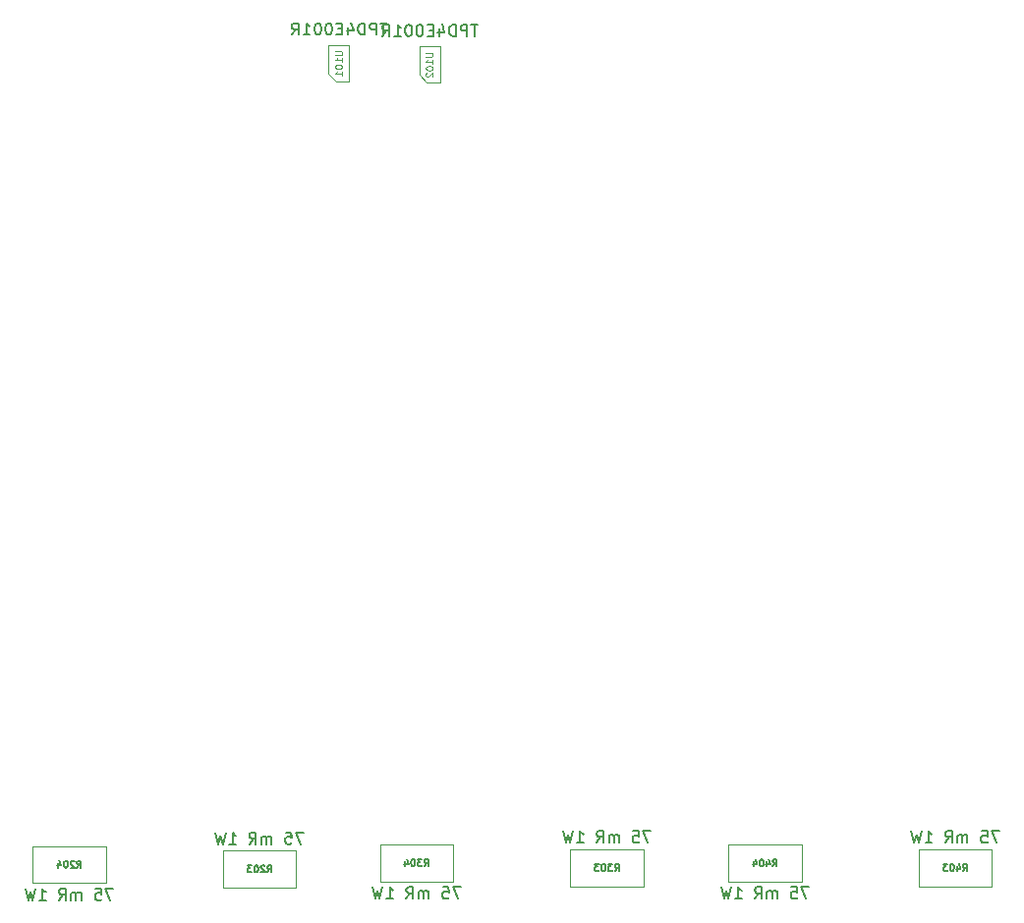
<source format=gbr>
G04 #@! TF.GenerationSoftware,KiCad,Pcbnew,5.1.10*
G04 #@! TF.CreationDate,2021-06-06T22:50:30-04:00*
G04 #@! TF.ProjectId,cnc-controller,636e632d-636f-46e7-9472-6f6c6c65722e,rev?*
G04 #@! TF.SameCoordinates,Original*
G04 #@! TF.FileFunction,Other,Fab,Bot*
%FSLAX46Y46*%
G04 Gerber Fmt 4.6, Leading zero omitted, Abs format (unit mm)*
G04 Created by KiCad (PCBNEW 5.1.10) date 2021-06-06 22:50:30*
%MOMM*%
%LPD*%
G01*
G04 APERTURE LIST*
%ADD10C,0.100000*%
%ADD11C,0.150000*%
%ADD12C,0.075000*%
G04 APERTURE END LIST*
D10*
X80200000Y-122025000D02*
X86500000Y-122025000D01*
X80200000Y-118825000D02*
X80200000Y-122025000D01*
X86500000Y-118825000D02*
X80200000Y-118825000D01*
X86500000Y-122025000D02*
X86500000Y-118825000D01*
X102900000Y-119225000D02*
X96600000Y-119225000D01*
X102900000Y-122425000D02*
X102900000Y-119225000D01*
X96600000Y-122425000D02*
X102900000Y-122425000D01*
X96600000Y-119225000D02*
X96600000Y-122425000D01*
X50175000Y-122025000D02*
X56475000Y-122025000D01*
X50175000Y-118825000D02*
X50175000Y-122025000D01*
X56475000Y-118825000D02*
X50175000Y-118825000D01*
X56475000Y-122025000D02*
X56475000Y-118825000D01*
X72875000Y-119225000D02*
X66575000Y-119225000D01*
X72875000Y-122425000D02*
X72875000Y-119225000D01*
X66575000Y-122425000D02*
X72875000Y-122425000D01*
X66575000Y-119225000D02*
X66575000Y-122425000D01*
X20250000Y-122150000D02*
X26550000Y-122150000D01*
X20250000Y-118950000D02*
X20250000Y-122150000D01*
X26550000Y-118950000D02*
X20250000Y-118950000D01*
X26550000Y-122150000D02*
X26550000Y-118950000D01*
X42950000Y-119350000D02*
X36650000Y-119350000D01*
X42950000Y-122550000D02*
X42950000Y-119350000D01*
X36650000Y-122550000D02*
X42950000Y-122550000D01*
X36650000Y-119350000D02*
X36650000Y-122550000D01*
X55350000Y-53125000D02*
X55350000Y-50025000D01*
X55350000Y-50025000D02*
X53550000Y-50025000D01*
X53550000Y-52475000D02*
X53550000Y-50025000D01*
X55350000Y-53125000D02*
X54200000Y-53125000D01*
X53550000Y-52475000D02*
X54200000Y-53125000D01*
X47525000Y-53000000D02*
X47525000Y-49900000D01*
X47525000Y-49900000D02*
X45725000Y-49900000D01*
X45725000Y-52350000D02*
X45725000Y-49900000D01*
X47525000Y-53000000D02*
X46375000Y-53000000D01*
X45725000Y-52350000D02*
X46375000Y-53000000D01*
D11*
X87135714Y-122497380D02*
X86469047Y-122497380D01*
X86897619Y-123497380D01*
X85611904Y-122497380D02*
X86088095Y-122497380D01*
X86135714Y-122973571D01*
X86088095Y-122925952D01*
X85992857Y-122878333D01*
X85754761Y-122878333D01*
X85659523Y-122925952D01*
X85611904Y-122973571D01*
X85564285Y-123068809D01*
X85564285Y-123306904D01*
X85611904Y-123402142D01*
X85659523Y-123449761D01*
X85754761Y-123497380D01*
X85992857Y-123497380D01*
X86088095Y-123449761D01*
X86135714Y-123402142D01*
X84373809Y-123497380D02*
X84373809Y-122830714D01*
X84373809Y-122925952D02*
X84326190Y-122878333D01*
X84230952Y-122830714D01*
X84088095Y-122830714D01*
X83992857Y-122878333D01*
X83945238Y-122973571D01*
X83945238Y-123497380D01*
X83945238Y-122973571D02*
X83897619Y-122878333D01*
X83802380Y-122830714D01*
X83659523Y-122830714D01*
X83564285Y-122878333D01*
X83516666Y-122973571D01*
X83516666Y-123497380D01*
X82469047Y-123497380D02*
X82802380Y-123021190D01*
X83040476Y-123497380D02*
X83040476Y-122497380D01*
X82659523Y-122497380D01*
X82564285Y-122545000D01*
X82516666Y-122592619D01*
X82469047Y-122687857D01*
X82469047Y-122830714D01*
X82516666Y-122925952D01*
X82564285Y-122973571D01*
X82659523Y-123021190D01*
X83040476Y-123021190D01*
X80754761Y-123497380D02*
X81326190Y-123497380D01*
X81040476Y-123497380D02*
X81040476Y-122497380D01*
X81135714Y-122640238D01*
X81230952Y-122735476D01*
X81326190Y-122783095D01*
X80421428Y-122497380D02*
X80183333Y-123497380D01*
X79992857Y-122783095D01*
X79802380Y-123497380D01*
X79564285Y-122497380D01*
X84021428Y-120696428D02*
X84221428Y-120410714D01*
X84364285Y-120696428D02*
X84364285Y-120096428D01*
X84135714Y-120096428D01*
X84078571Y-120125000D01*
X84050000Y-120153571D01*
X84021428Y-120210714D01*
X84021428Y-120296428D01*
X84050000Y-120353571D01*
X84078571Y-120382142D01*
X84135714Y-120410714D01*
X84364285Y-120410714D01*
X83507142Y-120296428D02*
X83507142Y-120696428D01*
X83650000Y-120067857D02*
X83792857Y-120496428D01*
X83421428Y-120496428D01*
X83078571Y-120096428D02*
X83021428Y-120096428D01*
X82964285Y-120125000D01*
X82935714Y-120153571D01*
X82907142Y-120210714D01*
X82878571Y-120325000D01*
X82878571Y-120467857D01*
X82907142Y-120582142D01*
X82935714Y-120639285D01*
X82964285Y-120667857D01*
X83021428Y-120696428D01*
X83078571Y-120696428D01*
X83135714Y-120667857D01*
X83164285Y-120639285D01*
X83192857Y-120582142D01*
X83221428Y-120467857D01*
X83221428Y-120325000D01*
X83192857Y-120210714D01*
X83164285Y-120153571D01*
X83135714Y-120125000D01*
X83078571Y-120096428D01*
X82364285Y-120296428D02*
X82364285Y-120696428D01*
X82507142Y-120067857D02*
X82650000Y-120496428D01*
X82278571Y-120496428D01*
X103535714Y-117657380D02*
X102869047Y-117657380D01*
X103297619Y-118657380D01*
X102011904Y-117657380D02*
X102488095Y-117657380D01*
X102535714Y-118133571D01*
X102488095Y-118085952D01*
X102392857Y-118038333D01*
X102154761Y-118038333D01*
X102059523Y-118085952D01*
X102011904Y-118133571D01*
X101964285Y-118228809D01*
X101964285Y-118466904D01*
X102011904Y-118562142D01*
X102059523Y-118609761D01*
X102154761Y-118657380D01*
X102392857Y-118657380D01*
X102488095Y-118609761D01*
X102535714Y-118562142D01*
X100773809Y-118657380D02*
X100773809Y-117990714D01*
X100773809Y-118085952D02*
X100726190Y-118038333D01*
X100630952Y-117990714D01*
X100488095Y-117990714D01*
X100392857Y-118038333D01*
X100345238Y-118133571D01*
X100345238Y-118657380D01*
X100345238Y-118133571D02*
X100297619Y-118038333D01*
X100202380Y-117990714D01*
X100059523Y-117990714D01*
X99964285Y-118038333D01*
X99916666Y-118133571D01*
X99916666Y-118657380D01*
X98869047Y-118657380D02*
X99202380Y-118181190D01*
X99440476Y-118657380D02*
X99440476Y-117657380D01*
X99059523Y-117657380D01*
X98964285Y-117705000D01*
X98916666Y-117752619D01*
X98869047Y-117847857D01*
X98869047Y-117990714D01*
X98916666Y-118085952D01*
X98964285Y-118133571D01*
X99059523Y-118181190D01*
X99440476Y-118181190D01*
X97154761Y-118657380D02*
X97726190Y-118657380D01*
X97440476Y-118657380D02*
X97440476Y-117657380D01*
X97535714Y-117800238D01*
X97630952Y-117895476D01*
X97726190Y-117943095D01*
X96821428Y-117657380D02*
X96583333Y-118657380D01*
X96392857Y-117943095D01*
X96202380Y-118657380D01*
X95964285Y-117657380D01*
X100421428Y-121096428D02*
X100621428Y-120810714D01*
X100764285Y-121096428D02*
X100764285Y-120496428D01*
X100535714Y-120496428D01*
X100478571Y-120525000D01*
X100450000Y-120553571D01*
X100421428Y-120610714D01*
X100421428Y-120696428D01*
X100450000Y-120753571D01*
X100478571Y-120782142D01*
X100535714Y-120810714D01*
X100764285Y-120810714D01*
X99907142Y-120696428D02*
X99907142Y-121096428D01*
X100050000Y-120467857D02*
X100192857Y-120896428D01*
X99821428Y-120896428D01*
X99478571Y-120496428D02*
X99421428Y-120496428D01*
X99364285Y-120525000D01*
X99335714Y-120553571D01*
X99307142Y-120610714D01*
X99278571Y-120725000D01*
X99278571Y-120867857D01*
X99307142Y-120982142D01*
X99335714Y-121039285D01*
X99364285Y-121067857D01*
X99421428Y-121096428D01*
X99478571Y-121096428D01*
X99535714Y-121067857D01*
X99564285Y-121039285D01*
X99592857Y-120982142D01*
X99621428Y-120867857D01*
X99621428Y-120725000D01*
X99592857Y-120610714D01*
X99564285Y-120553571D01*
X99535714Y-120525000D01*
X99478571Y-120496428D01*
X99078571Y-120496428D02*
X98707142Y-120496428D01*
X98907142Y-120725000D01*
X98821428Y-120725000D01*
X98764285Y-120753571D01*
X98735714Y-120782142D01*
X98707142Y-120839285D01*
X98707142Y-120982142D01*
X98735714Y-121039285D01*
X98764285Y-121067857D01*
X98821428Y-121096428D01*
X98992857Y-121096428D01*
X99050000Y-121067857D01*
X99078571Y-121039285D01*
X57110714Y-122497380D02*
X56444047Y-122497380D01*
X56872619Y-123497380D01*
X55586904Y-122497380D02*
X56063095Y-122497380D01*
X56110714Y-122973571D01*
X56063095Y-122925952D01*
X55967857Y-122878333D01*
X55729761Y-122878333D01*
X55634523Y-122925952D01*
X55586904Y-122973571D01*
X55539285Y-123068809D01*
X55539285Y-123306904D01*
X55586904Y-123402142D01*
X55634523Y-123449761D01*
X55729761Y-123497380D01*
X55967857Y-123497380D01*
X56063095Y-123449761D01*
X56110714Y-123402142D01*
X54348809Y-123497380D02*
X54348809Y-122830714D01*
X54348809Y-122925952D02*
X54301190Y-122878333D01*
X54205952Y-122830714D01*
X54063095Y-122830714D01*
X53967857Y-122878333D01*
X53920238Y-122973571D01*
X53920238Y-123497380D01*
X53920238Y-122973571D02*
X53872619Y-122878333D01*
X53777380Y-122830714D01*
X53634523Y-122830714D01*
X53539285Y-122878333D01*
X53491666Y-122973571D01*
X53491666Y-123497380D01*
X52444047Y-123497380D02*
X52777380Y-123021190D01*
X53015476Y-123497380D02*
X53015476Y-122497380D01*
X52634523Y-122497380D01*
X52539285Y-122545000D01*
X52491666Y-122592619D01*
X52444047Y-122687857D01*
X52444047Y-122830714D01*
X52491666Y-122925952D01*
X52539285Y-122973571D01*
X52634523Y-123021190D01*
X53015476Y-123021190D01*
X50729761Y-123497380D02*
X51301190Y-123497380D01*
X51015476Y-123497380D02*
X51015476Y-122497380D01*
X51110714Y-122640238D01*
X51205952Y-122735476D01*
X51301190Y-122783095D01*
X50396428Y-122497380D02*
X50158333Y-123497380D01*
X49967857Y-122783095D01*
X49777380Y-123497380D01*
X49539285Y-122497380D01*
X53996428Y-120696428D02*
X54196428Y-120410714D01*
X54339285Y-120696428D02*
X54339285Y-120096428D01*
X54110714Y-120096428D01*
X54053571Y-120125000D01*
X54025000Y-120153571D01*
X53996428Y-120210714D01*
X53996428Y-120296428D01*
X54025000Y-120353571D01*
X54053571Y-120382142D01*
X54110714Y-120410714D01*
X54339285Y-120410714D01*
X53796428Y-120096428D02*
X53425000Y-120096428D01*
X53625000Y-120325000D01*
X53539285Y-120325000D01*
X53482142Y-120353571D01*
X53453571Y-120382142D01*
X53425000Y-120439285D01*
X53425000Y-120582142D01*
X53453571Y-120639285D01*
X53482142Y-120667857D01*
X53539285Y-120696428D01*
X53710714Y-120696428D01*
X53767857Y-120667857D01*
X53796428Y-120639285D01*
X53053571Y-120096428D02*
X52996428Y-120096428D01*
X52939285Y-120125000D01*
X52910714Y-120153571D01*
X52882142Y-120210714D01*
X52853571Y-120325000D01*
X52853571Y-120467857D01*
X52882142Y-120582142D01*
X52910714Y-120639285D01*
X52939285Y-120667857D01*
X52996428Y-120696428D01*
X53053571Y-120696428D01*
X53110714Y-120667857D01*
X53139285Y-120639285D01*
X53167857Y-120582142D01*
X53196428Y-120467857D01*
X53196428Y-120325000D01*
X53167857Y-120210714D01*
X53139285Y-120153571D01*
X53110714Y-120125000D01*
X53053571Y-120096428D01*
X52339285Y-120296428D02*
X52339285Y-120696428D01*
X52482142Y-120067857D02*
X52625000Y-120496428D01*
X52253571Y-120496428D01*
X73510714Y-117657380D02*
X72844047Y-117657380D01*
X73272619Y-118657380D01*
X71986904Y-117657380D02*
X72463095Y-117657380D01*
X72510714Y-118133571D01*
X72463095Y-118085952D01*
X72367857Y-118038333D01*
X72129761Y-118038333D01*
X72034523Y-118085952D01*
X71986904Y-118133571D01*
X71939285Y-118228809D01*
X71939285Y-118466904D01*
X71986904Y-118562142D01*
X72034523Y-118609761D01*
X72129761Y-118657380D01*
X72367857Y-118657380D01*
X72463095Y-118609761D01*
X72510714Y-118562142D01*
X70748809Y-118657380D02*
X70748809Y-117990714D01*
X70748809Y-118085952D02*
X70701190Y-118038333D01*
X70605952Y-117990714D01*
X70463095Y-117990714D01*
X70367857Y-118038333D01*
X70320238Y-118133571D01*
X70320238Y-118657380D01*
X70320238Y-118133571D02*
X70272619Y-118038333D01*
X70177380Y-117990714D01*
X70034523Y-117990714D01*
X69939285Y-118038333D01*
X69891666Y-118133571D01*
X69891666Y-118657380D01*
X68844047Y-118657380D02*
X69177380Y-118181190D01*
X69415476Y-118657380D02*
X69415476Y-117657380D01*
X69034523Y-117657380D01*
X68939285Y-117705000D01*
X68891666Y-117752619D01*
X68844047Y-117847857D01*
X68844047Y-117990714D01*
X68891666Y-118085952D01*
X68939285Y-118133571D01*
X69034523Y-118181190D01*
X69415476Y-118181190D01*
X67129761Y-118657380D02*
X67701190Y-118657380D01*
X67415476Y-118657380D02*
X67415476Y-117657380D01*
X67510714Y-117800238D01*
X67605952Y-117895476D01*
X67701190Y-117943095D01*
X66796428Y-117657380D02*
X66558333Y-118657380D01*
X66367857Y-117943095D01*
X66177380Y-118657380D01*
X65939285Y-117657380D01*
X70396428Y-121096428D02*
X70596428Y-120810714D01*
X70739285Y-121096428D02*
X70739285Y-120496428D01*
X70510714Y-120496428D01*
X70453571Y-120525000D01*
X70425000Y-120553571D01*
X70396428Y-120610714D01*
X70396428Y-120696428D01*
X70425000Y-120753571D01*
X70453571Y-120782142D01*
X70510714Y-120810714D01*
X70739285Y-120810714D01*
X70196428Y-120496428D02*
X69825000Y-120496428D01*
X70025000Y-120725000D01*
X69939285Y-120725000D01*
X69882142Y-120753571D01*
X69853571Y-120782142D01*
X69825000Y-120839285D01*
X69825000Y-120982142D01*
X69853571Y-121039285D01*
X69882142Y-121067857D01*
X69939285Y-121096428D01*
X70110714Y-121096428D01*
X70167857Y-121067857D01*
X70196428Y-121039285D01*
X69453571Y-120496428D02*
X69396428Y-120496428D01*
X69339285Y-120525000D01*
X69310714Y-120553571D01*
X69282142Y-120610714D01*
X69253571Y-120725000D01*
X69253571Y-120867857D01*
X69282142Y-120982142D01*
X69310714Y-121039285D01*
X69339285Y-121067857D01*
X69396428Y-121096428D01*
X69453571Y-121096428D01*
X69510714Y-121067857D01*
X69539285Y-121039285D01*
X69567857Y-120982142D01*
X69596428Y-120867857D01*
X69596428Y-120725000D01*
X69567857Y-120610714D01*
X69539285Y-120553571D01*
X69510714Y-120525000D01*
X69453571Y-120496428D01*
X69053571Y-120496428D02*
X68682142Y-120496428D01*
X68882142Y-120725000D01*
X68796428Y-120725000D01*
X68739285Y-120753571D01*
X68710714Y-120782142D01*
X68682142Y-120839285D01*
X68682142Y-120982142D01*
X68710714Y-121039285D01*
X68739285Y-121067857D01*
X68796428Y-121096428D01*
X68967857Y-121096428D01*
X69025000Y-121067857D01*
X69053571Y-121039285D01*
X27185714Y-122622380D02*
X26519047Y-122622380D01*
X26947619Y-123622380D01*
X25661904Y-122622380D02*
X26138095Y-122622380D01*
X26185714Y-123098571D01*
X26138095Y-123050952D01*
X26042857Y-123003333D01*
X25804761Y-123003333D01*
X25709523Y-123050952D01*
X25661904Y-123098571D01*
X25614285Y-123193809D01*
X25614285Y-123431904D01*
X25661904Y-123527142D01*
X25709523Y-123574761D01*
X25804761Y-123622380D01*
X26042857Y-123622380D01*
X26138095Y-123574761D01*
X26185714Y-123527142D01*
X24423809Y-123622380D02*
X24423809Y-122955714D01*
X24423809Y-123050952D02*
X24376190Y-123003333D01*
X24280952Y-122955714D01*
X24138095Y-122955714D01*
X24042857Y-123003333D01*
X23995238Y-123098571D01*
X23995238Y-123622380D01*
X23995238Y-123098571D02*
X23947619Y-123003333D01*
X23852380Y-122955714D01*
X23709523Y-122955714D01*
X23614285Y-123003333D01*
X23566666Y-123098571D01*
X23566666Y-123622380D01*
X22519047Y-123622380D02*
X22852380Y-123146190D01*
X23090476Y-123622380D02*
X23090476Y-122622380D01*
X22709523Y-122622380D01*
X22614285Y-122670000D01*
X22566666Y-122717619D01*
X22519047Y-122812857D01*
X22519047Y-122955714D01*
X22566666Y-123050952D01*
X22614285Y-123098571D01*
X22709523Y-123146190D01*
X23090476Y-123146190D01*
X20804761Y-123622380D02*
X21376190Y-123622380D01*
X21090476Y-123622380D02*
X21090476Y-122622380D01*
X21185714Y-122765238D01*
X21280952Y-122860476D01*
X21376190Y-122908095D01*
X20471428Y-122622380D02*
X20233333Y-123622380D01*
X20042857Y-122908095D01*
X19852380Y-123622380D01*
X19614285Y-122622380D01*
X24071428Y-120821428D02*
X24271428Y-120535714D01*
X24414285Y-120821428D02*
X24414285Y-120221428D01*
X24185714Y-120221428D01*
X24128571Y-120250000D01*
X24100000Y-120278571D01*
X24071428Y-120335714D01*
X24071428Y-120421428D01*
X24100000Y-120478571D01*
X24128571Y-120507142D01*
X24185714Y-120535714D01*
X24414285Y-120535714D01*
X23842857Y-120278571D02*
X23814285Y-120250000D01*
X23757142Y-120221428D01*
X23614285Y-120221428D01*
X23557142Y-120250000D01*
X23528571Y-120278571D01*
X23500000Y-120335714D01*
X23500000Y-120392857D01*
X23528571Y-120478571D01*
X23871428Y-120821428D01*
X23500000Y-120821428D01*
X23128571Y-120221428D02*
X23071428Y-120221428D01*
X23014285Y-120250000D01*
X22985714Y-120278571D01*
X22957142Y-120335714D01*
X22928571Y-120450000D01*
X22928571Y-120592857D01*
X22957142Y-120707142D01*
X22985714Y-120764285D01*
X23014285Y-120792857D01*
X23071428Y-120821428D01*
X23128571Y-120821428D01*
X23185714Y-120792857D01*
X23214285Y-120764285D01*
X23242857Y-120707142D01*
X23271428Y-120592857D01*
X23271428Y-120450000D01*
X23242857Y-120335714D01*
X23214285Y-120278571D01*
X23185714Y-120250000D01*
X23128571Y-120221428D01*
X22414285Y-120421428D02*
X22414285Y-120821428D01*
X22557142Y-120192857D02*
X22700000Y-120621428D01*
X22328571Y-120621428D01*
X43585714Y-117782380D02*
X42919047Y-117782380D01*
X43347619Y-118782380D01*
X42061904Y-117782380D02*
X42538095Y-117782380D01*
X42585714Y-118258571D01*
X42538095Y-118210952D01*
X42442857Y-118163333D01*
X42204761Y-118163333D01*
X42109523Y-118210952D01*
X42061904Y-118258571D01*
X42014285Y-118353809D01*
X42014285Y-118591904D01*
X42061904Y-118687142D01*
X42109523Y-118734761D01*
X42204761Y-118782380D01*
X42442857Y-118782380D01*
X42538095Y-118734761D01*
X42585714Y-118687142D01*
X40823809Y-118782380D02*
X40823809Y-118115714D01*
X40823809Y-118210952D02*
X40776190Y-118163333D01*
X40680952Y-118115714D01*
X40538095Y-118115714D01*
X40442857Y-118163333D01*
X40395238Y-118258571D01*
X40395238Y-118782380D01*
X40395238Y-118258571D02*
X40347619Y-118163333D01*
X40252380Y-118115714D01*
X40109523Y-118115714D01*
X40014285Y-118163333D01*
X39966666Y-118258571D01*
X39966666Y-118782380D01*
X38919047Y-118782380D02*
X39252380Y-118306190D01*
X39490476Y-118782380D02*
X39490476Y-117782380D01*
X39109523Y-117782380D01*
X39014285Y-117830000D01*
X38966666Y-117877619D01*
X38919047Y-117972857D01*
X38919047Y-118115714D01*
X38966666Y-118210952D01*
X39014285Y-118258571D01*
X39109523Y-118306190D01*
X39490476Y-118306190D01*
X37204761Y-118782380D02*
X37776190Y-118782380D01*
X37490476Y-118782380D02*
X37490476Y-117782380D01*
X37585714Y-117925238D01*
X37680952Y-118020476D01*
X37776190Y-118068095D01*
X36871428Y-117782380D02*
X36633333Y-118782380D01*
X36442857Y-118068095D01*
X36252380Y-118782380D01*
X36014285Y-117782380D01*
X40471428Y-121221428D02*
X40671428Y-120935714D01*
X40814285Y-121221428D02*
X40814285Y-120621428D01*
X40585714Y-120621428D01*
X40528571Y-120650000D01*
X40500000Y-120678571D01*
X40471428Y-120735714D01*
X40471428Y-120821428D01*
X40500000Y-120878571D01*
X40528571Y-120907142D01*
X40585714Y-120935714D01*
X40814285Y-120935714D01*
X40242857Y-120678571D02*
X40214285Y-120650000D01*
X40157142Y-120621428D01*
X40014285Y-120621428D01*
X39957142Y-120650000D01*
X39928571Y-120678571D01*
X39900000Y-120735714D01*
X39900000Y-120792857D01*
X39928571Y-120878571D01*
X40271428Y-121221428D01*
X39900000Y-121221428D01*
X39528571Y-120621428D02*
X39471428Y-120621428D01*
X39414285Y-120650000D01*
X39385714Y-120678571D01*
X39357142Y-120735714D01*
X39328571Y-120850000D01*
X39328571Y-120992857D01*
X39357142Y-121107142D01*
X39385714Y-121164285D01*
X39414285Y-121192857D01*
X39471428Y-121221428D01*
X39528571Y-121221428D01*
X39585714Y-121192857D01*
X39614285Y-121164285D01*
X39642857Y-121107142D01*
X39671428Y-120992857D01*
X39671428Y-120850000D01*
X39642857Y-120735714D01*
X39614285Y-120678571D01*
X39585714Y-120650000D01*
X39528571Y-120621428D01*
X39128571Y-120621428D02*
X38757142Y-120621428D01*
X38957142Y-120850000D01*
X38871428Y-120850000D01*
X38814285Y-120878571D01*
X38785714Y-120907142D01*
X38757142Y-120964285D01*
X38757142Y-121107142D01*
X38785714Y-121164285D01*
X38814285Y-121192857D01*
X38871428Y-121221428D01*
X39042857Y-121221428D01*
X39100000Y-121192857D01*
X39128571Y-121164285D01*
X58592857Y-48127380D02*
X58021428Y-48127380D01*
X58307142Y-49127380D02*
X58307142Y-48127380D01*
X57688095Y-49127380D02*
X57688095Y-48127380D01*
X57307142Y-48127380D01*
X57211904Y-48175000D01*
X57164285Y-48222619D01*
X57116666Y-48317857D01*
X57116666Y-48460714D01*
X57164285Y-48555952D01*
X57211904Y-48603571D01*
X57307142Y-48651190D01*
X57688095Y-48651190D01*
X56688095Y-49127380D02*
X56688095Y-48127380D01*
X56450000Y-48127380D01*
X56307142Y-48175000D01*
X56211904Y-48270238D01*
X56164285Y-48365476D01*
X56116666Y-48555952D01*
X56116666Y-48698809D01*
X56164285Y-48889285D01*
X56211904Y-48984523D01*
X56307142Y-49079761D01*
X56450000Y-49127380D01*
X56688095Y-49127380D01*
X55259523Y-48460714D02*
X55259523Y-49127380D01*
X55497619Y-48079761D02*
X55735714Y-48794047D01*
X55116666Y-48794047D01*
X54735714Y-48603571D02*
X54402380Y-48603571D01*
X54259523Y-49127380D02*
X54735714Y-49127380D01*
X54735714Y-48127380D01*
X54259523Y-48127380D01*
X53640476Y-48127380D02*
X53545238Y-48127380D01*
X53450000Y-48175000D01*
X53402380Y-48222619D01*
X53354761Y-48317857D01*
X53307142Y-48508333D01*
X53307142Y-48746428D01*
X53354761Y-48936904D01*
X53402380Y-49032142D01*
X53450000Y-49079761D01*
X53545238Y-49127380D01*
X53640476Y-49127380D01*
X53735714Y-49079761D01*
X53783333Y-49032142D01*
X53830952Y-48936904D01*
X53878571Y-48746428D01*
X53878571Y-48508333D01*
X53830952Y-48317857D01*
X53783333Y-48222619D01*
X53735714Y-48175000D01*
X53640476Y-48127380D01*
X52688095Y-48127380D02*
X52592857Y-48127380D01*
X52497619Y-48175000D01*
X52450000Y-48222619D01*
X52402380Y-48317857D01*
X52354761Y-48508333D01*
X52354761Y-48746428D01*
X52402380Y-48936904D01*
X52450000Y-49032142D01*
X52497619Y-49079761D01*
X52592857Y-49127380D01*
X52688095Y-49127380D01*
X52783333Y-49079761D01*
X52830952Y-49032142D01*
X52878571Y-48936904D01*
X52926190Y-48746428D01*
X52926190Y-48508333D01*
X52878571Y-48317857D01*
X52830952Y-48222619D01*
X52783333Y-48175000D01*
X52688095Y-48127380D01*
X51402380Y-49127380D02*
X51973809Y-49127380D01*
X51688095Y-49127380D02*
X51688095Y-48127380D01*
X51783333Y-48270238D01*
X51878571Y-48365476D01*
X51973809Y-48413095D01*
X50402380Y-49127380D02*
X50735714Y-48651190D01*
X50973809Y-49127380D02*
X50973809Y-48127380D01*
X50592857Y-48127380D01*
X50497619Y-48175000D01*
X50450000Y-48222619D01*
X50402380Y-48317857D01*
X50402380Y-48460714D01*
X50450000Y-48555952D01*
X50497619Y-48603571D01*
X50592857Y-48651190D01*
X50973809Y-48651190D01*
D12*
X54121428Y-50546428D02*
X54607142Y-50546428D01*
X54664285Y-50575000D01*
X54692857Y-50603571D01*
X54721428Y-50660714D01*
X54721428Y-50775000D01*
X54692857Y-50832142D01*
X54664285Y-50860714D01*
X54607142Y-50889285D01*
X54121428Y-50889285D01*
X54721428Y-51489285D02*
X54721428Y-51146428D01*
X54721428Y-51317857D02*
X54121428Y-51317857D01*
X54207142Y-51260714D01*
X54264285Y-51203571D01*
X54292857Y-51146428D01*
X54121428Y-51860714D02*
X54121428Y-51917857D01*
X54150000Y-51975000D01*
X54178571Y-52003571D01*
X54235714Y-52032142D01*
X54350000Y-52060714D01*
X54492857Y-52060714D01*
X54607142Y-52032142D01*
X54664285Y-52003571D01*
X54692857Y-51975000D01*
X54721428Y-51917857D01*
X54721428Y-51860714D01*
X54692857Y-51803571D01*
X54664285Y-51775000D01*
X54607142Y-51746428D01*
X54492857Y-51717857D01*
X54350000Y-51717857D01*
X54235714Y-51746428D01*
X54178571Y-51775000D01*
X54150000Y-51803571D01*
X54121428Y-51860714D01*
X54178571Y-52289285D02*
X54150000Y-52317857D01*
X54121428Y-52375000D01*
X54121428Y-52517857D01*
X54150000Y-52575000D01*
X54178571Y-52603571D01*
X54235714Y-52632142D01*
X54292857Y-52632142D01*
X54378571Y-52603571D01*
X54721428Y-52260714D01*
X54721428Y-52632142D01*
D11*
X50767857Y-48002380D02*
X50196428Y-48002380D01*
X50482142Y-49002380D02*
X50482142Y-48002380D01*
X49863095Y-49002380D02*
X49863095Y-48002380D01*
X49482142Y-48002380D01*
X49386904Y-48050000D01*
X49339285Y-48097619D01*
X49291666Y-48192857D01*
X49291666Y-48335714D01*
X49339285Y-48430952D01*
X49386904Y-48478571D01*
X49482142Y-48526190D01*
X49863095Y-48526190D01*
X48863095Y-49002380D02*
X48863095Y-48002380D01*
X48625000Y-48002380D01*
X48482142Y-48050000D01*
X48386904Y-48145238D01*
X48339285Y-48240476D01*
X48291666Y-48430952D01*
X48291666Y-48573809D01*
X48339285Y-48764285D01*
X48386904Y-48859523D01*
X48482142Y-48954761D01*
X48625000Y-49002380D01*
X48863095Y-49002380D01*
X47434523Y-48335714D02*
X47434523Y-49002380D01*
X47672619Y-47954761D02*
X47910714Y-48669047D01*
X47291666Y-48669047D01*
X46910714Y-48478571D02*
X46577380Y-48478571D01*
X46434523Y-49002380D02*
X46910714Y-49002380D01*
X46910714Y-48002380D01*
X46434523Y-48002380D01*
X45815476Y-48002380D02*
X45720238Y-48002380D01*
X45625000Y-48050000D01*
X45577380Y-48097619D01*
X45529761Y-48192857D01*
X45482142Y-48383333D01*
X45482142Y-48621428D01*
X45529761Y-48811904D01*
X45577380Y-48907142D01*
X45625000Y-48954761D01*
X45720238Y-49002380D01*
X45815476Y-49002380D01*
X45910714Y-48954761D01*
X45958333Y-48907142D01*
X46005952Y-48811904D01*
X46053571Y-48621428D01*
X46053571Y-48383333D01*
X46005952Y-48192857D01*
X45958333Y-48097619D01*
X45910714Y-48050000D01*
X45815476Y-48002380D01*
X44863095Y-48002380D02*
X44767857Y-48002380D01*
X44672619Y-48050000D01*
X44625000Y-48097619D01*
X44577380Y-48192857D01*
X44529761Y-48383333D01*
X44529761Y-48621428D01*
X44577380Y-48811904D01*
X44625000Y-48907142D01*
X44672619Y-48954761D01*
X44767857Y-49002380D01*
X44863095Y-49002380D01*
X44958333Y-48954761D01*
X45005952Y-48907142D01*
X45053571Y-48811904D01*
X45101190Y-48621428D01*
X45101190Y-48383333D01*
X45053571Y-48192857D01*
X45005952Y-48097619D01*
X44958333Y-48050000D01*
X44863095Y-48002380D01*
X43577380Y-49002380D02*
X44148809Y-49002380D01*
X43863095Y-49002380D02*
X43863095Y-48002380D01*
X43958333Y-48145238D01*
X44053571Y-48240476D01*
X44148809Y-48288095D01*
X42577380Y-49002380D02*
X42910714Y-48526190D01*
X43148809Y-49002380D02*
X43148809Y-48002380D01*
X42767857Y-48002380D01*
X42672619Y-48050000D01*
X42625000Y-48097619D01*
X42577380Y-48192857D01*
X42577380Y-48335714D01*
X42625000Y-48430952D01*
X42672619Y-48478571D01*
X42767857Y-48526190D01*
X43148809Y-48526190D01*
D12*
X46296428Y-50421428D02*
X46782142Y-50421428D01*
X46839285Y-50450000D01*
X46867857Y-50478571D01*
X46896428Y-50535714D01*
X46896428Y-50650000D01*
X46867857Y-50707142D01*
X46839285Y-50735714D01*
X46782142Y-50764285D01*
X46296428Y-50764285D01*
X46896428Y-51364285D02*
X46896428Y-51021428D01*
X46896428Y-51192857D02*
X46296428Y-51192857D01*
X46382142Y-51135714D01*
X46439285Y-51078571D01*
X46467857Y-51021428D01*
X46296428Y-51735714D02*
X46296428Y-51792857D01*
X46325000Y-51850000D01*
X46353571Y-51878571D01*
X46410714Y-51907142D01*
X46525000Y-51935714D01*
X46667857Y-51935714D01*
X46782142Y-51907142D01*
X46839285Y-51878571D01*
X46867857Y-51850000D01*
X46896428Y-51792857D01*
X46896428Y-51735714D01*
X46867857Y-51678571D01*
X46839285Y-51650000D01*
X46782142Y-51621428D01*
X46667857Y-51592857D01*
X46525000Y-51592857D01*
X46410714Y-51621428D01*
X46353571Y-51650000D01*
X46325000Y-51678571D01*
X46296428Y-51735714D01*
X46896428Y-52507142D02*
X46896428Y-52164285D01*
X46896428Y-52335714D02*
X46296428Y-52335714D01*
X46382142Y-52278571D01*
X46439285Y-52221428D01*
X46467857Y-52164285D01*
M02*

</source>
